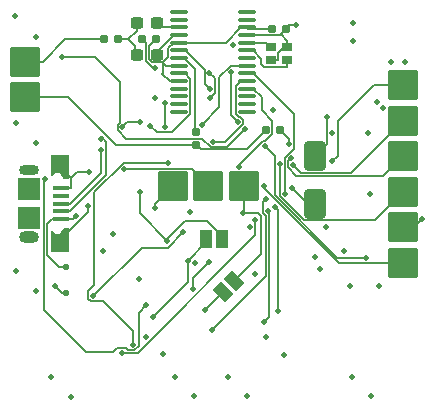
<source format=gbr>
%TF.GenerationSoftware,KiCad,Pcbnew,7.0.6-7.0.6~ubuntu22.04.1*%
%TF.CreationDate,2023-07-18T23:37:18-07:00*%
%TF.ProjectId,NHz_F4_FC,4e487a5f-4634-45f4-9643-2e6b69636164,rev?*%
%TF.SameCoordinates,Original*%
%TF.FileFunction,Copper,L4,Bot*%
%TF.FilePolarity,Positive*%
%FSLAX46Y46*%
G04 Gerber Fmt 4.6, Leading zero omitted, Abs format (unit mm)*
G04 Created by KiCad (PCBNEW 7.0.6-7.0.6~ubuntu22.04.1) date 2023-07-18 23:37:18*
%MOMM*%
%LPD*%
G01*
G04 APERTURE LIST*
G04 Aperture macros list*
%AMRoundRect*
0 Rectangle with rounded corners*
0 $1 Rounding radius*
0 $2 $3 $4 $5 $6 $7 $8 $9 X,Y pos of 4 corners*
0 Add a 4 corners polygon primitive as box body*
4,1,4,$2,$3,$4,$5,$6,$7,$8,$9,$2,$3,0*
0 Add four circle primitives for the rounded corners*
1,1,$1+$1,$2,$3*
1,1,$1+$1,$4,$5*
1,1,$1+$1,$6,$7*
1,1,$1+$1,$8,$9*
0 Add four rect primitives between the rounded corners*
20,1,$1+$1,$2,$3,$4,$5,0*
20,1,$1+$1,$4,$5,$6,$7,0*
20,1,$1+$1,$6,$7,$8,$9,0*
20,1,$1+$1,$8,$9,$2,$3,0*%
%AMRotRect*
0 Rectangle, with rotation*
0 The origin of the aperture is its center*
0 $1 length*
0 $2 width*
0 $3 Rotation angle, in degrees counterclockwise*
0 Add horizontal line*
21,1,$1,$2,0,0,$3*%
%AMFreePoly0*
4,1,9,0.800000,0.650000,0.550000,0.400000,0.550000,0.000000,1.050000,-0.350000,1.050000,-0.800000,-1.050000,-0.800000,-1.050000,0.800000,0.800000,0.800000,0.800000,0.650000,0.800000,0.650000,$1*%
%AMFreePoly1*
4,1,9,1.050000,-0.800000,-1.050000,-0.800000,-1.050000,-0.350000,-0.550000,0.000000,-0.550000,0.400000,-0.800000,0.650000,-0.800000,0.800000,1.050000,0.800000,1.050000,-0.800000,1.050000,-0.800000,$1*%
G04 Aperture macros list end*
%TA.AperFunction,SMDPad,CuDef*%
%ADD10RoundRect,0.160000X0.197500X0.160000X-0.197500X0.160000X-0.197500X-0.160000X0.197500X-0.160000X0*%
%TD*%
%TA.AperFunction,SMDPad,CuDef*%
%ADD11RoundRect,0.125000X1.125000X1.125000X-1.125000X1.125000X-1.125000X-1.125000X1.125000X-1.125000X0*%
%TD*%
%TA.AperFunction,SMDPad,CuDef*%
%ADD12R,1.350000X0.400000*%
%TD*%
%TA.AperFunction,SMDPad,CuDef*%
%ADD13FreePoly0,90.000000*%
%TD*%
%TA.AperFunction,ComponentPad*%
%ADD14O,1.700000X1.000000*%
%TD*%
%TA.AperFunction,SMDPad,CuDef*%
%ADD15R,1.900000X1.900000*%
%TD*%
%TA.AperFunction,ComponentPad*%
%ADD16O,1.700000X0.850000*%
%TD*%
%TA.AperFunction,SMDPad,CuDef*%
%ADD17FreePoly1,90.000000*%
%TD*%
%TA.AperFunction,SMDPad,CuDef*%
%ADD18RoundRect,0.125000X-0.125000X0.125000X-0.125000X-0.125000X0.125000X-0.125000X0.125000X0.125000X0*%
%TD*%
%TA.AperFunction,SMDPad,CuDef*%
%ADD19RoundRect,0.155000X-0.212500X-0.155000X0.212500X-0.155000X0.212500X0.155000X-0.212500X0.155000X0*%
%TD*%
%TA.AperFunction,SMDPad,CuDef*%
%ADD20RoundRect,0.250000X0.650000X-1.000000X0.650000X1.000000X-0.650000X1.000000X-0.650000X-1.000000X0*%
%TD*%
%TA.AperFunction,SMDPad,CuDef*%
%ADD21RotRect,1.000000X1.500000X45.000000*%
%TD*%
%TA.AperFunction,SMDPad,CuDef*%
%ADD22RoundRect,0.155000X0.212500X0.155000X-0.212500X0.155000X-0.212500X-0.155000X0.212500X-0.155000X0*%
%TD*%
%TA.AperFunction,SMDPad,CuDef*%
%ADD23RoundRect,0.237500X0.300000X0.237500X-0.300000X0.237500X-0.300000X-0.237500X0.300000X-0.237500X0*%
%TD*%
%TA.AperFunction,SMDPad,CuDef*%
%ADD24RoundRect,0.160000X-0.197500X-0.160000X0.197500X-0.160000X0.197500X0.160000X-0.197500X0.160000X0*%
%TD*%
%TA.AperFunction,SMDPad,CuDef*%
%ADD25R,0.900000X0.800000*%
%TD*%
%TA.AperFunction,SMDPad,CuDef*%
%ADD26R,1.000000X1.500000*%
%TD*%
%TA.AperFunction,SMDPad,CuDef*%
%ADD27RoundRect,0.155000X-0.155000X0.212500X-0.155000X-0.212500X0.155000X-0.212500X0.155000X0.212500X0*%
%TD*%
%TA.AperFunction,SMDPad,CuDef*%
%ADD28RoundRect,0.100000X0.637500X0.100000X-0.637500X0.100000X-0.637500X-0.100000X0.637500X-0.100000X0*%
%TD*%
%TA.AperFunction,ViaPad*%
%ADD29C,0.500000*%
%TD*%
%TA.AperFunction,Conductor*%
%ADD30C,0.127000*%
%TD*%
G04 APERTURE END LIST*
D10*
%TO.P,R13,1*%
%TO.N,Net-(C23-Pad2)*%
X121897500Y-35600000D03*
%TO.P,R13,2*%
%TO.N,/V_OUT*%
X120702500Y-35600000D03*
%TD*%
D11*
%TO.P,TP30,1,1*%
%TO.N,/STM32F405RGTx/PA13_SWDIO*%
X129500000Y-48000000D03*
%TD*%
%TO.P,TP5,1,1*%
%TO.N,/STM32F405RGTx/PA5_SCK1*%
X146000000Y-48500000D03*
%TD*%
D12*
%TO.P,J1,1,VBUS*%
%TO.N,VBUS*%
X117035000Y-50800000D03*
%TO.P,J1,2,D-*%
%TO.N,Net-(J1-D-)*%
X117035000Y-50150000D03*
%TO.P,J1,3,D+*%
%TO.N,Net-(J1-D+)*%
X117035000Y-49500000D03*
%TO.P,J1,4,ID*%
%TO.N,unconnected-(J1-ID-Pad4)*%
X117035000Y-48850000D03*
%TO.P,J1,5,GND*%
%TO.N,GND*%
X117035000Y-48200000D03*
D13*
%TO.P,J1,6,Shield*%
X116910000Y-52600000D03*
D14*
X114360000Y-52325000D03*
D15*
X114360000Y-50700000D03*
X114360000Y-48300000D03*
D16*
X114360000Y-46675000D03*
D17*
X116910000Y-46400000D03*
%TD*%
D18*
%TO.P,D5,1,K*%
%TO.N,VBUS*%
X117500000Y-54900000D03*
%TO.P,D5,2,A*%
%TO.N,+5V*%
X117500000Y-57100000D03*
%TD*%
D11*
%TO.P,TP4,1,1*%
%TO.N,/STM32F405RGTx/PA6_MISO1*%
X146000000Y-42500000D03*
%TD*%
%TO.P,TP6,1,1*%
%TO.N,/STM32F405RGTx/PA4_NSS1*%
X146000000Y-54500000D03*
%TD*%
%TO.P,TP3,1,1*%
%TO.N,/STM32F405RGTx/PA7_MOSI1*%
X146000000Y-45500000D03*
%TD*%
D19*
%TO.P,C1,1*%
%TO.N,Net-(U8-AVDD)*%
X134932500Y-34700000D03*
%TO.P,C1,2*%
%TO.N,GND*%
X136067500Y-34700000D03*
%TD*%
D11*
%TO.P,TP25,1,1*%
%TO.N,/STM32F405RGTx/RST*%
X132500000Y-48000000D03*
%TD*%
D20*
%TO.P,D1,1,A1*%
%TO.N,GND*%
X138500000Y-49500000D03*
%TO.P,D1,2,A2*%
%TO.N,+BATT*%
X138500000Y-45500000D03*
%TD*%
D11*
%TO.P,TP32,1,1*%
%TO.N,/V_OUT*%
X114000000Y-37500000D03*
%TD*%
D21*
%TO.P,SW2,1,1*%
%TO.N,GND*%
X130732429Y-57010783D03*
%TO.P,SW2,2,2*%
%TO.N,/STM32F405RGTx/RST*%
X131651667Y-56091545D03*
%TD*%
D22*
%TO.P,C2,1*%
%TO.N,Net-(U8-AVDD)*%
X125067500Y-35600000D03*
%TO.P,C2,2*%
%TO.N,GND*%
X123932500Y-35600000D03*
%TD*%
D11*
%TO.P,TP29,1,1*%
%TO.N,/STM32F405RGTx/PA14_SWCLK*%
X126500000Y-48000000D03*
%TD*%
%TO.P,TP18,1,1*%
%TO.N,+3.3V*%
X146000000Y-39500000D03*
%TD*%
D23*
%TO.P,C23,1*%
%TO.N,Net-(U8-VOUT)*%
X125162500Y-34200000D03*
%TO.P,C23,2*%
%TO.N,Net-(C23-Pad2)*%
X123437500Y-34200000D03*
%TD*%
D24*
%TO.P,R12,1*%
%TO.N,/V_IN*%
X134402500Y-43300000D03*
%TO.P,R12,2*%
%TO.N,GND*%
X135597500Y-43300000D03*
%TD*%
D23*
%TO.P,C24,1*%
%TO.N,Net-(U8-SAG)*%
X125162500Y-36900000D03*
%TO.P,C24,2*%
%TO.N,Net-(C23-Pad2)*%
X123437500Y-36900000D03*
%TD*%
D25*
%TO.P,Y3,1,1*%
%TO.N,Net-(U8-XFB)*%
X136200000Y-37350000D03*
%TO.P,Y3,2,2*%
%TO.N,GND*%
X134800000Y-37350000D03*
%TO.P,Y3,3,3*%
%TO.N,Net-(U8-CLKIN)*%
X134800000Y-36250000D03*
%TO.P,Y3,4,4*%
%TO.N,GND*%
X136200000Y-36250000D03*
%TD*%
D26*
%TO.P,SW1,1,1*%
%TO.N,+3.3V*%
X130650000Y-52500000D03*
%TO.P,SW1,2,2*%
%TO.N,Net-(U1-BOOT0)*%
X129350000Y-52500000D03*
%TD*%
D11*
%TO.P,TP31,1,1*%
%TO.N,/V_IN*%
X114000000Y-40500000D03*
%TD*%
D27*
%TO.P,C22,1*%
%TO.N,Net-(U8-VIN)*%
X128500000Y-43432500D03*
%TO.P,C22,2*%
%TO.N,/V_IN*%
X128500000Y-44567500D03*
%TD*%
D11*
%TO.P,TP22,1,1*%
%TO.N,GND*%
X146000000Y-51500000D03*
%TD*%
D28*
%TO.P,U8,1,NC*%
%TO.N,unconnected-(U8-NC-Pad1)*%
X132762500Y-33275000D03*
%TO.P,U8,2,NC*%
%TO.N,unconnected-(U8-NC-Pad2)*%
X132762500Y-33925000D03*
%TO.P,U8,3,DVDD*%
%TO.N,Net-(U8-AVDD)*%
X132762500Y-34575000D03*
%TO.P,U8,4,DGND*%
%TO.N,GND*%
X132762500Y-35225000D03*
%TO.P,U8,5,CLKIN*%
%TO.N,Net-(U8-CLKIN)*%
X132762500Y-35875000D03*
%TO.P,U8,6,XFB*%
%TO.N,Net-(U8-XFB)*%
X132762500Y-36525000D03*
%TO.P,U8,7,CLKOUT*%
%TO.N,unconnected-(U8-CLKOUT-Pad7)*%
X132762500Y-37175000D03*
%TO.P,U8,8,CS*%
%TO.N,/SS3*%
X132762500Y-37825000D03*
%TO.P,U8,9,SDIN*%
%TO.N,/MOSI3*%
X132762500Y-38475000D03*
%TO.P,U8,10,SCLK*%
%TO.N,/SCK3*%
X132762500Y-39125000D03*
%TO.P,U8,11,SDOUT*%
%TO.N,/MISO3*%
X132762500Y-39775000D03*
%TO.P,U8,12,LOS*%
%TO.N,unconnected-(U8-LOS-Pad12)*%
X132762500Y-40425000D03*
%TO.P,U8,13,NC*%
%TO.N,unconnected-(U8-NC-Pad13)*%
X132762500Y-41075000D03*
%TO.P,U8,14,NC*%
%TO.N,unconnected-(U8-NC-Pad14)*%
X132762500Y-41725000D03*
%TO.P,U8,15,NC*%
%TO.N,unconnected-(U8-NC-Pad15)*%
X127037500Y-41725000D03*
%TO.P,U8,16,NC*%
%TO.N,unconnected-(U8-NC-Pad16)*%
X127037500Y-41075000D03*
%TO.P,U8,17,VSYNC*%
%TO.N,unconnected-(U8-VSYNC-Pad17)*%
X127037500Y-40425000D03*
%TO.P,U8,18,HSYNC*%
%TO.N,unconnected-(U8-HSYNC-Pad18)*%
X127037500Y-39775000D03*
%TO.P,U8,19,RESET*%
%TO.N,Net-(U8-AVDD)*%
X127037500Y-39125000D03*
%TO.P,U8,20,AVGND*%
%TO.N,GND*%
X127037500Y-38475000D03*
%TO.P,U8,21,AVDD*%
%TO.N,Net-(U8-AVDD)*%
X127037500Y-37825000D03*
%TO.P,U8,22,VIN*%
%TO.N,Net-(U8-VIN)*%
X127037500Y-37175000D03*
%TO.P,U8,23,PGND*%
%TO.N,GND*%
X127037500Y-36525000D03*
%TO.P,U8,24,PVDD*%
%TO.N,Net-(U8-AVDD)*%
X127037500Y-35875000D03*
%TO.P,U8,25,SAG*%
%TO.N,Net-(U8-SAG)*%
X127037500Y-35225000D03*
%TO.P,U8,26,VOUT*%
%TO.N,Net-(U8-VOUT)*%
X127037500Y-34575000D03*
%TO.P,U8,27,NC*%
%TO.N,unconnected-(U8-NC-Pad27)*%
X127037500Y-33925000D03*
%TO.P,U8,28,NC*%
%TO.N,unconnected-(U8-NC-Pad28)*%
X127037500Y-33275000D03*
%TD*%
D29*
%TO.N,/RX3*%
X132022700Y-42616400D03*
X131442600Y-38400400D03*
%TO.N,/CUR*%
X131600000Y-36100000D03*
X128000000Y-50200000D03*
%TO.N,/M1*%
X129603200Y-38404300D03*
X129624400Y-40551100D03*
%TO.N,+BATT*%
X139521200Y-42212500D03*
%TO.N,GND*%
X114900000Y-35400000D03*
X135000000Y-41600000D03*
X139500000Y-51500000D03*
X141500000Y-56500000D03*
X136620100Y-48181800D03*
X128400000Y-54500000D03*
X124600000Y-42900000D03*
X133500000Y-55500000D03*
X129200000Y-58500000D03*
X144300000Y-41400000D03*
X129649700Y-39790800D03*
X141800000Y-34200000D03*
X116200000Y-64200000D03*
X125000000Y-38000000D03*
X124200000Y-60800000D03*
X113100000Y-33600000D03*
X146200000Y-37500000D03*
X120600000Y-53500000D03*
X132800000Y-65800000D03*
X125700000Y-62200000D03*
X143000000Y-43500000D03*
X113700000Y-51300000D03*
X141000000Y-53500000D03*
X125000000Y-38000000D03*
X123600000Y-55900000D03*
X119300000Y-49700000D03*
X136900000Y-34400000D03*
X125000000Y-40600000D03*
X143229000Y-48693400D03*
X113700000Y-47700000D03*
X145000000Y-37500000D03*
X141800000Y-35700000D03*
X121400000Y-52100000D03*
X136334300Y-44415900D03*
X131200000Y-64200000D03*
X147620300Y-50764600D03*
X119400000Y-46800000D03*
X117900000Y-65900000D03*
X133000000Y-51500000D03*
%TO.N,+3.3V*%
X145200000Y-38700000D03*
X146800000Y-40300000D03*
X122230100Y-43019400D03*
X139997300Y-45899700D03*
X123684600Y-48495600D03*
X123760400Y-42603200D03*
X126007000Y-52648600D03*
%TO.N,Net-(U1-BOOT0)*%
X124815400Y-59105400D03*
X127775700Y-54330600D03*
%TO.N,/STM32F405RGTx/PA7_MOSI1*%
X136500700Y-45665600D03*
%TO.N,/STM32F405RGTx/PA6_MISO1*%
X136679700Y-46270800D03*
%TO.N,/STM32F405RGTx/PA5_SCK1*%
X135560800Y-46128400D03*
%TO.N,VBUS*%
X118300000Y-50567500D03*
%TO.N,Net-(J1-D-)*%
X120402000Y-44000000D03*
%TO.N,Net-(J1-D+)*%
X120402000Y-45000000D03*
%TO.N,/STM32F405RGTx/PA4_NSS1*%
X134198600Y-47973400D03*
%TO.N,/STM32F405RGTx/PA3_RX2*%
X129790500Y-60230000D03*
X134404900Y-49088000D03*
%TO.N,/STM32F405RGTx/PA2_TX2*%
X134551500Y-50117800D03*
X134238400Y-59519500D03*
%TO.N,/STM32F405RGTx/PA1_RX4*%
X119751600Y-57350000D03*
X127376000Y-51901000D03*
%TO.N,/STM32F405RGTx/PA0_TX4*%
X133499998Y-50900000D03*
X122186800Y-62167900D03*
%TO.N,/STM32F405RGTx/PB10_TX3*%
X132608300Y-43197600D03*
X117085900Y-37084900D03*
%TO.N,/STM32F405RGTx/PC7_RX6*%
X126127900Y-46042600D03*
X123122700Y-61480200D03*
%TO.N,+5V*%
X143300000Y-65800000D03*
X113200000Y-55200000D03*
X141700000Y-64200000D03*
X116500000Y-56500000D03*
X140000000Y-43500000D03*
X114900000Y-44400000D03*
X134400000Y-60800000D03*
X143800000Y-40900000D03*
X135900000Y-62300000D03*
X138500000Y-54000000D03*
X113200000Y-42700000D03*
X128300000Y-65800000D03*
X126700000Y-64200000D03*
X144000000Y-56500000D03*
X114900000Y-56900000D03*
%TO.N,/SDA1*%
X128211900Y-56770700D03*
X139000000Y-55000000D03*
X129598900Y-54409900D03*
%TO.N,/LIS3DH_INT_PIN*%
X134341600Y-44631000D03*
X142850100Y-54080400D03*
%TO.N,/MMA8451_INT_PIN*%
X124262900Y-58077100D03*
X115710000Y-47437100D03*
%TO.N,/STM32F405RGTx/RST*%
X132412800Y-50336700D03*
%TO.N,/MOSI2*%
X125837200Y-41022400D03*
X125800000Y-43000000D03*
%TO.N,/Stat_LED*%
X135143500Y-49826600D03*
X135369200Y-58625500D03*
%TO.N,/STM32F405RGTx/PA14_SWCLK*%
X124990400Y-49848500D03*
%TO.N,/STM32F405RGTx/PA13_SWDIO*%
X122398900Y-46594200D03*
%TO.N,/MOSI3*%
X135966300Y-48722100D03*
%TO.N,/MISO3*%
X132125800Y-46381100D03*
%TO.N,/SCK3*%
X129876700Y-44292600D03*
%TO.N,/SS3*%
X128969600Y-42818900D03*
%TD*%
D30*
%TO.N,/RX3*%
X131442600Y-38400400D02*
X131442600Y-42036300D01*
X131442600Y-42036300D02*
X132022700Y-42616400D01*
%TO.N,/M1*%
X129603200Y-38404300D02*
X130066100Y-38867200D01*
X130066100Y-38867200D02*
X130066100Y-40109400D01*
X130066100Y-40109400D02*
X129624400Y-40551100D01*
%TO.N,+BATT*%
X138500000Y-45500000D02*
X139521200Y-44478800D01*
X139521200Y-44478800D02*
X139521200Y-42212500D01*
%TO.N,GND*%
X136200000Y-36250000D02*
X136200000Y-35972300D01*
X136200000Y-35972300D02*
X135405400Y-36766900D01*
X113700000Y-51300000D02*
X113760000Y-51300000D01*
X119400000Y-46800000D02*
X118420800Y-46800000D01*
X117865400Y-47355400D02*
X116910000Y-46400000D01*
X124865616Y-38000000D02*
X125000000Y-38000000D01*
X127980200Y-41925400D02*
X127980200Y-38917900D01*
X119300000Y-50210000D02*
X116910000Y-52600000D01*
X136367500Y-34400000D02*
X136067500Y-34700000D01*
X126463800Y-43441800D02*
X127980200Y-41925400D01*
X135636500Y-35131000D02*
X136200000Y-35694600D01*
X135542500Y-35225000D02*
X132762500Y-35225000D01*
X135597500Y-43300000D02*
X136334300Y-44036800D01*
X117865400Y-48200000D02*
X117865400Y-47355400D01*
X129243212Y-58500000D02*
X129200000Y-58500000D01*
X136900000Y-34400000D02*
X136367500Y-34400000D01*
X123932500Y-35600000D02*
X124255000Y-35922500D01*
X113760000Y-51300000D02*
X114360000Y-50700000D01*
X129197800Y-39338900D02*
X129649700Y-39790800D01*
X146884900Y-51500000D02*
X147620300Y-50764600D01*
X136067500Y-34700000D02*
X135636500Y-35131000D01*
X124255000Y-37389384D02*
X124865616Y-38000000D01*
X136334300Y-44036800D02*
X136334300Y-44415900D01*
X118420800Y-46800000D02*
X117865400Y-47355400D01*
X117035000Y-48200000D02*
X117865400Y-48200000D01*
X134800000Y-37350000D02*
X135405400Y-37350000D01*
X113700000Y-47700000D02*
X113760000Y-47700000D01*
X125141800Y-43441800D02*
X126463800Y-43441800D01*
X124255000Y-35922500D02*
X124255000Y-37389384D01*
X124600000Y-42900000D02*
X125141800Y-43441800D01*
X127537300Y-38475000D02*
X127037500Y-38475000D01*
X129197800Y-38215800D02*
X129197800Y-39338900D01*
X119300000Y-49700000D02*
X119300000Y-50210000D01*
X130732429Y-57010783D02*
X129243212Y-58500000D01*
X113760000Y-47700000D02*
X114360000Y-48300000D01*
X135636500Y-35131000D02*
X135542500Y-35225000D01*
X127507000Y-36525000D02*
X129197800Y-38215800D01*
X136620100Y-48181800D02*
X137938300Y-49500000D01*
X135405400Y-36766900D02*
X135405400Y-37350000D01*
X127980200Y-38917900D02*
X127537300Y-38475000D01*
X137938300Y-49500000D02*
X138500000Y-49500000D01*
X127037500Y-36525000D02*
X127507000Y-36525000D01*
X136200000Y-35972300D02*
X136200000Y-35694600D01*
X146000000Y-51500000D02*
X146884900Y-51500000D01*
%TO.N,+3.3V*%
X122646300Y-42603200D02*
X122230100Y-43019400D01*
X127500000Y-51000000D02*
X126007000Y-52493000D01*
X130650000Y-52250000D02*
X129400000Y-51000000D01*
X139997300Y-45899700D02*
X140463500Y-45433500D01*
X145200000Y-38700000D02*
X146000000Y-39500000D01*
X140463500Y-42536500D02*
X143500000Y-39500000D01*
X129400000Y-51000000D02*
X127500000Y-51000000D01*
X143500000Y-39500000D02*
X146000000Y-39500000D01*
X123684600Y-50326200D02*
X123684600Y-48495600D01*
X126007000Y-52648600D02*
X123684600Y-50326200D01*
X126007000Y-52493000D02*
X126007000Y-52648600D01*
X130650000Y-52500000D02*
X130650000Y-52250000D01*
X146800000Y-40300000D02*
X146000000Y-39500000D01*
X123760400Y-42603200D02*
X122646300Y-42603200D01*
X140463500Y-45433500D02*
X140463500Y-42536500D01*
%TO.N,Net-(U1-BOOT0)*%
X127775700Y-54330600D02*
X127775700Y-56145100D01*
X129350000Y-52756300D02*
X127775700Y-54330600D01*
X127775700Y-56145100D02*
X124815400Y-59105400D01*
X129350000Y-52500000D02*
X129350000Y-52756300D01*
%TO.N,/STM32F405RGTx/PA7_MOSI1*%
X144335400Y-47164600D02*
X146000000Y-45500000D01*
X136965700Y-47164600D02*
X144335400Y-47164600D01*
X136239500Y-46438400D02*
X136965700Y-47164600D01*
X136500700Y-45665600D02*
X136239500Y-45926800D01*
X136239500Y-45926800D02*
X136239500Y-46438400D01*
%TO.N,/STM32F405RGTx/PA6_MISO1*%
X136679700Y-46270800D02*
X137345200Y-46936300D01*
X141563700Y-46936300D02*
X146000000Y-42500000D01*
X137345200Y-46936300D02*
X141563700Y-46936300D01*
%TO.N,/STM32F405RGTx/PA5_SCK1*%
X143590300Y-50909700D02*
X137580700Y-50909700D01*
X135560800Y-48889800D02*
X135560800Y-46128400D01*
X137580700Y-50909700D02*
X135560800Y-48889800D01*
X146000000Y-48500000D02*
X143590300Y-50909700D01*
%TO.N,VBUS*%
X115842206Y-53842206D02*
X115842206Y-51190794D01*
X117035000Y-50800000D02*
X118068000Y-50800000D01*
X116233000Y-50800000D02*
X117035000Y-50800000D01*
X116900000Y-54900000D02*
X115842206Y-53842206D01*
X115842206Y-51190794D02*
X116233000Y-50800000D01*
X118068000Y-50800000D02*
X118300000Y-50567500D01*
X117500000Y-54900000D02*
X116900000Y-54900000D01*
%TO.N,Net-(J1-D-)*%
X120866000Y-44266000D02*
X120500000Y-43900000D01*
X120500000Y-43900000D02*
X120402000Y-43997500D01*
X120402000Y-43997500D02*
X120402000Y-44000000D01*
X117837000Y-50150000D02*
X120866000Y-47121000D01*
X117035000Y-50150000D02*
X117837000Y-50150000D01*
X120866000Y-47121000D02*
X120866000Y-44266000D01*
%TO.N,Net-(J1-D+)*%
X117035000Y-49500000D02*
X117837000Y-49500000D01*
X117837000Y-49500000D02*
X120402000Y-46934500D01*
X120402000Y-46934500D02*
X120402000Y-45000000D01*
%TO.N,/STM32F405RGTx/PA4_NSS1*%
X140551800Y-54500000D02*
X146000000Y-54500000D01*
X134198600Y-47973400D02*
X134198600Y-48146800D01*
X134198600Y-48146800D02*
X140551800Y-54500000D01*
%TO.N,/STM32F405RGTx/PA3_RX2*%
X134146100Y-50285600D02*
X134425200Y-50564700D01*
X134404900Y-49088000D02*
X134146100Y-49346800D01*
X134425200Y-55595300D02*
X129790500Y-60230000D01*
X134425200Y-50564700D02*
X134425200Y-55595300D01*
X134146100Y-49346800D02*
X134146100Y-50285600D01*
%TO.N,/STM32F405RGTx/PA2_TX2*%
X134650700Y-59107200D02*
X134650700Y-50217000D01*
X134238400Y-59519500D02*
X134650700Y-59107200D01*
X134650700Y-50217000D02*
X134551500Y-50117800D01*
%TO.N,/STM32F405RGTx/PA1_RX4*%
X126057100Y-53219900D02*
X123881700Y-53219900D01*
X123881700Y-53219900D02*
X119751600Y-57350000D01*
X127376000Y-51901000D02*
X126057100Y-53219900D01*
%TO.N,/STM32F405RGTx/PA0_TX4*%
X123532100Y-62167900D02*
X133499998Y-52200002D01*
X122186800Y-62167900D02*
X123532100Y-62167900D01*
X133499998Y-52200002D02*
X133499998Y-50900000D01*
%TO.N,/STM32F405RGTx/PB10_TX3*%
X119923500Y-37084900D02*
X122009000Y-39170400D01*
X122009000Y-42667200D02*
X121824700Y-42851500D01*
X117085900Y-37084900D02*
X119923500Y-37084900D01*
X122009000Y-39170400D02*
X122009000Y-42667200D01*
X131107900Y-44698000D02*
X132608300Y-43197600D01*
X129708800Y-44698000D02*
X131107900Y-44698000D01*
X121824700Y-43262800D02*
X122561900Y-44000000D01*
X122561900Y-44000000D02*
X129010800Y-44000000D01*
X121824700Y-42851500D02*
X121824700Y-43262800D01*
X129010800Y-44000000D02*
X129708800Y-44698000D01*
%TO.N,/STM32F405RGTx/PC7_RX6*%
X126127900Y-46042600D02*
X122357600Y-46042600D01*
X123122700Y-60252900D02*
X123122700Y-61480200D01*
X119346100Y-56914900D02*
X119346100Y-57549600D01*
X122357600Y-46042600D02*
X119863800Y-48536400D01*
X119863800Y-48536400D02*
X119863800Y-56397200D01*
X119346100Y-57549600D02*
X119560000Y-57763500D01*
X119560000Y-57763500D02*
X120633300Y-57763500D01*
X120633300Y-57763500D02*
X123122700Y-60252900D01*
X119863800Y-56397200D02*
X119346100Y-56914900D01*
%TO.N,+5V*%
X117500000Y-57100000D02*
X117100000Y-57100000D01*
X117100000Y-57100000D02*
X116500000Y-56500000D01*
%TO.N,/SDA1*%
X128211900Y-56770700D02*
X128211900Y-55796900D01*
X128211900Y-55796900D02*
X129598900Y-54409900D01*
%TO.N,/LIS3DH_INT_PIN*%
X140441800Y-54080400D02*
X142850100Y-54080400D01*
X135155400Y-48794000D02*
X140441800Y-54080400D01*
X134341600Y-44631000D02*
X135155400Y-45444800D01*
X135155400Y-45444800D02*
X135155400Y-48794000D01*
%TO.N,/MMA8451_INT_PIN*%
X123607100Y-58732900D02*
X123607100Y-61569300D01*
X115625206Y-58492106D02*
X115625206Y-47521894D01*
X119182800Y-62049700D02*
X115625206Y-58492106D01*
X123258200Y-61918200D02*
X122728500Y-61918200D01*
X124262900Y-58077100D02*
X123607100Y-58732900D01*
X115625206Y-47521894D02*
X115710000Y-47437100D01*
X121446400Y-62049700D02*
X119182800Y-62049700D01*
X122728500Y-61918200D02*
X122521500Y-61711200D01*
X122521500Y-61711200D02*
X121784900Y-61711200D01*
X121784900Y-61711200D02*
X121446400Y-62049700D01*
X123607100Y-61569300D02*
X123258200Y-61918200D01*
%TO.N,/STM32F405RGTx/RST*%
X133736700Y-50336700D02*
X132412800Y-50336700D01*
X133963498Y-53779714D02*
X133963498Y-50563498D01*
X131651667Y-56091545D02*
X133963498Y-53779714D01*
X132500000Y-50249500D02*
X132412800Y-50336700D01*
X133963498Y-50563498D02*
X133736700Y-50336700D01*
X132500000Y-48000000D02*
X132500000Y-50249500D01*
%TO.N,/MOSI2*%
X125800000Y-43000000D02*
X125800000Y-41059600D01*
X125800000Y-41059600D02*
X125837200Y-41022400D01*
%TO.N,/Stat_LED*%
X135143500Y-49826600D02*
X135369200Y-50052300D01*
X135369200Y-50052300D02*
X135369200Y-58625500D01*
%TO.N,Net-(U8-AVDD)*%
X125676000Y-37580400D02*
X125624000Y-37528500D01*
X125676000Y-37476500D02*
X125624000Y-37528500D01*
X132825000Y-34637500D02*
X132762500Y-34575000D01*
X126100000Y-37053000D02*
X125676000Y-37476500D01*
X127037500Y-39125000D02*
X126225000Y-39125000D01*
X134932000Y-34700000D02*
X134932500Y-34700000D01*
X127038000Y-37825000D02*
X127037500Y-37825000D01*
X127037500Y-35875000D02*
X126591000Y-35875000D01*
X126100000Y-36366500D02*
X126100000Y-37053000D01*
X125600000Y-38500000D02*
X125676000Y-38423500D01*
X126225000Y-39125000D02*
X125600000Y-38500000D01*
X125067500Y-35600000D02*
X125067600Y-35600000D01*
X127037500Y-37825000D02*
X125921000Y-37825000D01*
X134932000Y-34700000D02*
X132888000Y-34700000D01*
X125624000Y-37528500D02*
X124701000Y-37528500D01*
X132316000Y-34575000D02*
X131016000Y-35875000D01*
X125676000Y-37580400D02*
X125676000Y-37476500D01*
X131016000Y-35875000D02*
X127037500Y-35875000D01*
X125067600Y-35600000D02*
X125067800Y-35600200D01*
X126591000Y-35875000D02*
X126100000Y-36366500D01*
X125067800Y-35600200D02*
X125068000Y-35600000D01*
X125676000Y-38423500D02*
X125676000Y-37580400D01*
X132888000Y-34700000D02*
X132825000Y-34637500D01*
X132825000Y-34637500D02*
X132762000Y-34575000D01*
X124701000Y-37528500D02*
X124472000Y-37299500D01*
X132762000Y-34575000D02*
X132316000Y-34575000D01*
X127038000Y-39125000D02*
X127037500Y-39125000D01*
X125921000Y-37825000D02*
X125676000Y-37580400D01*
X124472000Y-36196000D02*
X125067800Y-35600200D01*
X124472000Y-37299500D02*
X124472000Y-36196000D01*
%TO.N,/STM32F405RGTx/PA14_SWCLK*%
X124990400Y-49509600D02*
X124990400Y-49848500D01*
X126500000Y-48000000D02*
X124990400Y-49509600D01*
%TO.N,/STM32F405RGTx/PA13_SWDIO*%
X129500000Y-48000000D02*
X128094100Y-46594100D01*
X122398900Y-46594100D02*
X122398900Y-46594200D01*
X128094100Y-46594100D02*
X122398900Y-46594100D01*
%TO.N,/MOSI3*%
X133321500Y-38475000D02*
X136752600Y-41906100D01*
X132762500Y-38475000D02*
X133321500Y-38475000D01*
X136752600Y-41906100D02*
X136752600Y-44840400D01*
X136752600Y-44840400D02*
X135966300Y-45626700D01*
X135966300Y-45626700D02*
X135966300Y-48722100D01*
%TO.N,/MISO3*%
X134281300Y-44225600D02*
X134173700Y-44225600D01*
X134048300Y-40503400D02*
X134048300Y-41599600D01*
X134173700Y-44225600D02*
X132125800Y-46273500D01*
X134931600Y-42482900D02*
X134931600Y-43575300D01*
X134048300Y-41599600D02*
X134931600Y-42482900D01*
X134931600Y-43575300D02*
X134281300Y-44225600D01*
X133319900Y-39775000D02*
X134048300Y-40503400D01*
X132125800Y-46273500D02*
X132125800Y-46381100D01*
X132762500Y-39775000D02*
X133319900Y-39775000D01*
%TO.N,/SCK3*%
X131856800Y-41925100D02*
X132088500Y-42156800D01*
X130920000Y-44292600D02*
X129876700Y-44292600D01*
X132276100Y-39125000D02*
X131856800Y-39544300D01*
X131856800Y-39544300D02*
X131856800Y-41925100D01*
X132088500Y-42156800D02*
X132161100Y-42156800D01*
X132428200Y-42784400D02*
X130920000Y-44292600D01*
X132762500Y-39125000D02*
X132276100Y-39125000D01*
X132428200Y-42423900D02*
X132428200Y-42784400D01*
X132161100Y-42156800D02*
X132428200Y-42423900D01*
%TO.N,/SS3*%
X131391600Y-37825000D02*
X130452900Y-38763700D01*
X130452900Y-41335600D02*
X128969600Y-42818900D01*
X130452900Y-38763700D02*
X130452900Y-41335600D01*
X132762500Y-37825000D02*
X131391600Y-37825000D01*
%TO.N,Net-(U8-XFB)*%
X133261800Y-36525000D02*
X132762500Y-36525000D01*
X134002200Y-37265400D02*
X133261800Y-36525000D01*
X134197600Y-37905400D02*
X134002200Y-37710000D01*
X136200000Y-37350000D02*
X136200000Y-37905400D01*
X134002200Y-37710000D02*
X134002200Y-37265400D01*
X136200000Y-37905400D02*
X134197600Y-37905400D01*
%TO.N,Net-(U8-CLKIN)*%
X134425000Y-35875000D02*
X132762500Y-35875000D01*
X132762500Y-35875000D02*
X132762000Y-35875000D01*
X134800000Y-36250000D02*
X134425000Y-35875000D01*
%TO.N,Net-(U8-VIN)*%
X127038000Y-37175000D02*
X127484000Y-37175000D01*
X127484000Y-37175000D02*
X128400000Y-38091500D01*
X128400000Y-38091500D02*
X128400000Y-43332500D01*
X128400000Y-43332500D02*
X128500000Y-43432500D01*
X127038000Y-37175000D02*
X127037500Y-37175000D01*
%TO.N,/V_IN*%
X128849400Y-44916900D02*
X132785600Y-44916900D01*
X132785600Y-44916900D02*
X134402500Y-43300000D01*
X128500000Y-44567500D02*
X128849400Y-44916900D01*
X117628900Y-40500000D02*
X121696400Y-44567500D01*
X114000000Y-40500000D02*
X117628900Y-40500000D01*
X121696400Y-44567500D02*
X128500000Y-44567500D01*
%TO.N,Net-(U8-VOUT)*%
X125350000Y-34387500D02*
X125538000Y-34575000D01*
X125350000Y-34387500D02*
X125162500Y-34200000D01*
X125162000Y-34200000D02*
X125350000Y-34387500D01*
X125538000Y-34575000D02*
X127037500Y-34575000D01*
X127037500Y-34575000D02*
X127038000Y-34575000D01*
%TO.N,Net-(C23-Pad2)*%
X123300000Y-36200000D02*
X122700000Y-35600000D01*
X123437500Y-34200000D02*
X123438000Y-34200000D01*
X122700000Y-35600000D02*
X123438000Y-34862500D01*
X123437500Y-36900000D02*
X123437700Y-36899800D01*
X123437700Y-36899800D02*
X123300000Y-36762500D01*
X123438000Y-34862500D02*
X123438000Y-34200000D01*
X123300000Y-36762500D02*
X123300000Y-36200000D01*
X123438000Y-36900000D02*
X123437700Y-36899800D01*
X121897500Y-35600000D02*
X122700000Y-35600000D01*
%TO.N,Net-(U8-SAG)*%
X125162000Y-36777000D02*
X125162000Y-36654000D01*
X127037500Y-35225000D02*
X127038000Y-35225000D01*
X125162000Y-36777000D02*
X125162500Y-36777500D01*
X125162000Y-36654000D02*
X126591000Y-35225000D01*
X126591000Y-35225000D02*
X127037500Y-35225000D01*
X125162500Y-36777500D02*
X125162500Y-36900000D01*
X125162000Y-36900000D02*
X125162000Y-36777000D01*
%TO.N,/V_OUT*%
X117400000Y-35600000D02*
X115500000Y-37500000D01*
X120702000Y-35600000D02*
X117400000Y-35600000D01*
X120702000Y-35600000D02*
X120702500Y-35600000D01*
X115500000Y-37500000D02*
X114000000Y-37500000D01*
%TD*%
M02*

</source>
